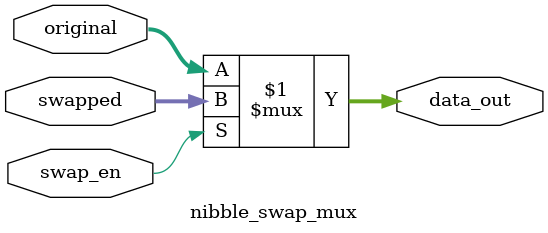
<source format=sv>
module nibble_swap_vr_vr(
    input  wire         clk,
    input  wire         rst_n,
    input  wire [15:0]  data_in,
    input  wire         swap_enable,
    input  wire         in_valid,
    output wire         in_ready,
    output wire [15:0]  data_out,
    output wire         out_valid,
    input  wire         out_ready
);

    reg         input_accepted;
    reg  [15:0] data_in_reg;
    reg         swap_enable_reg;
    wire [15:0] swapped_data;
    reg  [15:0] muxed_data;
    reg         out_valid_reg;
    reg         in_ready_reg;
    reg  [15:0] data_out_reg;

    // Input handshake: accept data only when both valid and ready
    always @(posedge clk or negedge rst_n) begin
        if (!rst_n) begin
            input_accepted    <= 1'b0;
            data_in_reg       <= 16'd0;
            swap_enable_reg   <= 1'b0;
        end else if (in_valid && in_ready) begin
            input_accepted    <= 1'b1;
            data_in_reg       <= data_in;
            swap_enable_reg   <= swap_enable;
        end else if (out_valid_reg && out_ready) begin
            input_accepted    <= 1'b0;
        end
    end

    // Ready to accept new data if not holding valid output data
    always @(*) begin
        in_ready_reg = ~input_accepted || (out_valid_reg && out_ready);
    end

    assign in_ready = in_ready_reg;

    // Submodule: Performs the nibble swapping operation
    nibble_swapper u_nibble_swapper (
        .data_in   (data_in_reg),
        .swapped   (swapped_data)
    );

    // Submodule: Selects between original and swapped data based on swap_enable
    nibble_swap_mux u_nibble_swap_mux (
        .original  (data_in_reg),
        .swapped   (swapped_data),
        .swap_en   (swap_enable_reg),
        .data_out  (muxed_data)
    );

    // Output handshake: output valid when data is accepted, clear when downstream ready
    always @(posedge clk or negedge rst_n) begin
        if (!rst_n) begin
            out_valid_reg <= 1'b0;
        end else if (input_accepted && !out_valid_reg) begin
            out_valid_reg <= 1'b1;
        end else if (out_valid_reg && out_ready) begin
            out_valid_reg <= 1'b0;
        end
    end

    // Output data register
    always @(posedge clk or negedge rst_n) begin
        if (!rst_n) begin
            data_out_reg <= 16'd0;
        end else if (input_accepted && !out_valid_reg) begin
            data_out_reg <= muxed_data;
        end
    end

    assign data_out  = data_out_reg;
    assign out_valid = out_valid_reg;

endmodule

// -----------------------------------------------------------------------------
// nibble_swapper
// Swaps the four nibbles of a 16-bit input: [D3|D2|D1|D0] -> [D0|D1|D2|D3]
module nibble_swapper(
    input  wire [15:0] data_in,
    output wire [15:0] swapped
);
    assign swapped = {data_in[3:0], data_in[7:4], data_in[11:8], data_in[15:12]};
endmodule

// -----------------------------------------------------------------------------
// nibble_swap_mux
// Selects between original and swapped data based on swap_en
module nibble_swap_mux(
    input  wire [15:0] original,
    input  wire [15:0] swapped,
    input  wire        swap_en,
    output wire [15:0] data_out
);
    assign data_out = swap_en ? swapped : original;
endmodule
</source>
